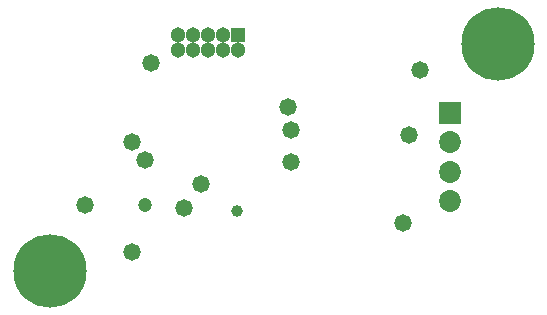
<source format=gbs>
G04*
G04 #@! TF.GenerationSoftware,Altium Limited,Altium Designer,20.2.3 (150)*
G04*
G04 Layer_Color=16711935*
%FSLAX24Y24*%
%MOIN*%
G70*
G04*
G04 #@! TF.SameCoordinates,5CD28015-20A0-4C02-B718-EEF65EA4BBC3*
G04*
G04*
G04 #@! TF.FilePolarity,Negative*
G04*
G01*
G75*
%ADD30C,0.2442*%
%ADD31R,0.0513X0.0513*%
%ADD32C,0.0513*%
%ADD33R,0.0730X0.0730*%
%ADD34C,0.0730*%
%ADD35C,0.0474*%
%ADD36C,0.0580*%
%ADD37C,0.0395*%
D30*
X26550Y24255D02*
D03*
X11611Y16688D02*
D03*
D31*
X17895Y24560D02*
D03*
D32*
Y24060D02*
D03*
X17395Y24560D02*
D03*
Y24060D02*
D03*
X16895Y24560D02*
D03*
Y24060D02*
D03*
X16395Y24560D02*
D03*
Y24060D02*
D03*
X15895Y24560D02*
D03*
Y24060D02*
D03*
D33*
X24939Y21961D02*
D03*
D34*
Y20976D02*
D03*
Y19992D02*
D03*
Y19008D02*
D03*
D35*
X14784Y18885D02*
D03*
D36*
X14345Y20984D02*
D03*
X19666Y20301D02*
D03*
X14784Y20398D02*
D03*
X16102Y18787D02*
D03*
X16639Y19569D02*
D03*
X14345Y17323D02*
D03*
X23572Y21228D02*
D03*
X19569Y22156D02*
D03*
X19666Y21375D02*
D03*
X12791Y18869D02*
D03*
X14980Y23620D02*
D03*
X23376Y18299D02*
D03*
X23962Y23376D02*
D03*
D37*
X17860Y18690D02*
D03*
M02*

</source>
